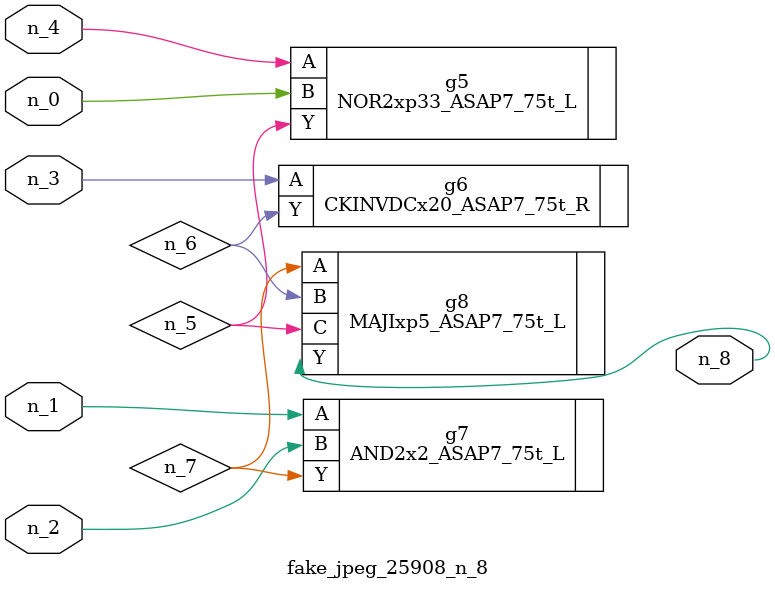
<source format=v>
module fake_jpeg_25908_n_8 (n_3, n_2, n_1, n_0, n_4, n_8);

input n_3;
input n_2;
input n_1;
input n_0;
input n_4;

output n_8;

wire n_6;
wire n_5;
wire n_7;

NOR2xp33_ASAP7_75t_L g5 ( 
.A(n_4),
.B(n_0),
.Y(n_5)
);

CKINVDCx20_ASAP7_75t_R g6 ( 
.A(n_3),
.Y(n_6)
);

AND2x2_ASAP7_75t_L g7 ( 
.A(n_1),
.B(n_2),
.Y(n_7)
);

MAJIxp5_ASAP7_75t_L g8 ( 
.A(n_7),
.B(n_6),
.C(n_5),
.Y(n_8)
);


endmodule
</source>
